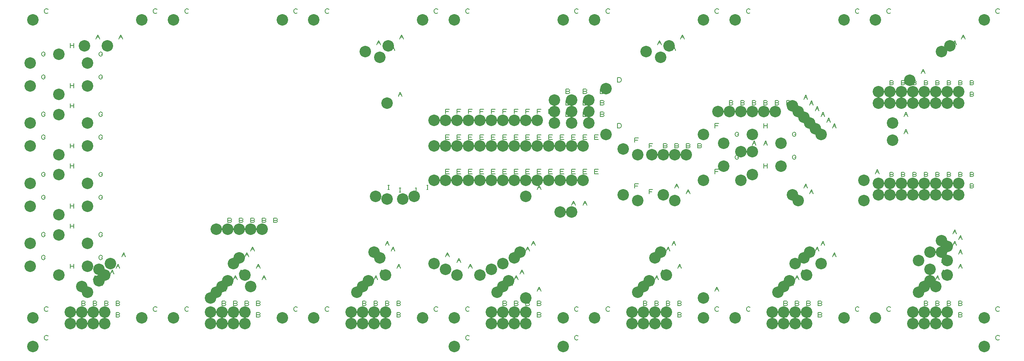
<source format=gbr>
G04 DesignSpark PCB Gerber Version 11.0 Build 5877*
%FSLAX35Y35*%
%MOIN*%
%ADD21C,0.00500*%
%ADD29C,0.10000*%
X0Y0D02*
D02*
D21*
X27787Y95600D02*
X28725D01*
Y95287D01*
X28413Y94663D01*
X28100Y94350D01*
X27475Y94037D01*
X26850D01*
X26225Y94350D01*
X25913Y94663D01*
X25600Y95287D01*
Y96537D01*
X25913Y97163D01*
X26225Y97475D01*
X26850Y97787D01*
X27475D01*
X28100Y97475D01*
X28413Y97163D01*
X28725Y96537D01*
X27787Y115600D02*
X28725D01*
Y115287D01*
X28413Y114663D01*
X28100Y114350D01*
X27475Y114037D01*
X26850D01*
X26225Y114350D01*
X25913Y114663D01*
X25600Y115287D01*
Y116537D01*
X25913Y117163D01*
X26225Y117475D01*
X26850Y117787D01*
X27475D01*
X28100Y117475D01*
X28413Y117163D01*
X28725Y116537D01*
X27787Y148100D02*
X28725D01*
Y147787D01*
X28413Y147163D01*
X28100Y146850D01*
X27475Y146537D01*
X26850D01*
X26225Y146850D01*
X25913Y147163D01*
X25600Y147787D01*
Y149037D01*
X25913Y149663D01*
X26225Y149975D01*
X26850Y150287D01*
X27475D01*
X28100Y149975D01*
X28413Y149663D01*
X28725Y149037D01*
X27787Y168100D02*
X28725D01*
Y167787D01*
X28413Y167163D01*
X28100Y166850D01*
X27475Y166537D01*
X26850D01*
X26225Y166850D01*
X25913Y167163D01*
X25600Y167787D01*
Y169037D01*
X25913Y169663D01*
X26225Y169975D01*
X26850Y170287D01*
X27475D01*
X28100Y169975D01*
X28413Y169663D01*
X28725Y169037D01*
X27787Y200600D02*
X28725D01*
Y200287D01*
X28413Y199663D01*
X28100Y199350D01*
X27475Y199037D01*
X26850D01*
X26225Y199350D01*
X25913Y199663D01*
X25600Y200287D01*
Y201537D01*
X25913Y202163D01*
X26225Y202475D01*
X26850Y202787D01*
X27475D01*
X28100Y202475D01*
X28413Y202163D01*
X28725Y201537D01*
X27787Y220600D02*
X28725D01*
Y220287D01*
X28413Y219663D01*
X28100Y219350D01*
X27475Y219037D01*
X26850D01*
X26225Y219350D01*
X25913Y219663D01*
X25600Y220287D01*
Y221537D01*
X25913Y222163D01*
X26225Y222475D01*
X26850Y222787D01*
X27475D01*
X28100Y222475D01*
X28413Y222163D01*
X28725Y221537D01*
X27787Y253100D02*
X28725D01*
Y252787D01*
X28413Y252163D01*
X28100Y251850D01*
X27475Y251537D01*
X26850D01*
X26225Y251850D01*
X25913Y252163D01*
X25600Y252787D01*
Y254037D01*
X25913Y254663D01*
X26225Y254975D01*
X26850Y255287D01*
X27475D01*
X28100Y254975D01*
X28413Y254663D01*
X28725Y254037D01*
X27787Y273100D02*
X28725D01*
Y272787D01*
X28413Y272163D01*
X28100Y271850D01*
X27475Y271537D01*
X26850D01*
X26225Y271850D01*
X25913Y272163D01*
X25600Y272787D01*
Y274037D01*
X25913Y274663D01*
X26225Y274975D01*
X26850Y275287D01*
X27475D01*
X28100Y274975D01*
X28413Y274663D01*
X28725Y274037D01*
X31225Y24663D02*
X30913Y24350D01*
X30287Y24037D01*
X29350D01*
X28725Y24350D01*
X28413Y24663D01*
X28100Y25287D01*
Y26537D01*
X28413Y27163D01*
X28725Y27475D01*
X29350Y27787D01*
X30287D01*
X30913Y27475D01*
X31225Y27163D01*
Y49663D02*
X30913Y49350D01*
X30287Y49037D01*
X29350D01*
X28725Y49350D01*
X28413Y49663D01*
X28100Y50287D01*
Y51537D01*
X28413Y52163D01*
X28725Y52475D01*
X29350Y52787D01*
X30287D01*
X30913Y52475D01*
X31225Y52163D01*
Y309663D02*
X30913Y309350D01*
X30287Y309037D01*
X29350D01*
X28725Y309350D01*
X28413Y309663D01*
X28100Y310287D01*
Y311537D01*
X28413Y312163D01*
X28725Y312475D01*
X29350Y312787D01*
X30287D01*
X30913Y312475D01*
X31225Y312163D01*
X50600Y86537D02*
Y90287D01*
Y88413D02*
X53725D01*
Y86537D02*
Y90287D01*
X50600Y121537D02*
Y125287D01*
Y123413D02*
X53725D01*
Y121537D02*
Y125287D01*
X50600Y139037D02*
Y142787D01*
Y140913D02*
X53725D01*
Y139037D02*
Y142787D01*
X50600Y174037D02*
Y177787D01*
Y175913D02*
X53725D01*
Y174037D02*
Y177787D01*
X50600Y191537D02*
Y195287D01*
Y193413D02*
X53725D01*
Y191537D02*
Y195287D01*
X50600Y226537D02*
Y230287D01*
Y228413D02*
X53725D01*
Y226537D02*
Y230287D01*
X50600Y244037D02*
Y247787D01*
Y245913D02*
X53725D01*
Y244037D02*
Y247787D01*
X50600Y279037D02*
Y282787D01*
Y280913D02*
X53725D01*
Y279037D02*
Y282787D01*
X62787Y45913D02*
X63413Y45600D01*
X63725Y44975D01*
X63413Y44350D01*
X62787Y44037D01*
X60600D01*
Y47787D01*
X62787D01*
X63413Y47475D01*
X63725Y46850D01*
X63413Y46225D01*
X62787Y45913D01*
X60600D01*
X62787Y55913D02*
X63413Y55600D01*
X63725Y54975D01*
X63413Y54350D01*
X62787Y54037D01*
X60600D01*
Y57787D01*
X62787D01*
X63413Y57475D01*
X63725Y56850D01*
X63413Y56225D01*
X62787Y55913D01*
X60600D01*
X72787Y45913D02*
X73413Y45600D01*
X73725Y44975D01*
X73413Y44350D01*
X72787Y44037D01*
X70600D01*
Y47787D01*
X72787D01*
X73413Y47475D01*
X73725Y46850D01*
X73413Y46225D01*
X72787Y45913D01*
X70600D01*
X72787Y55913D02*
X73413Y55600D01*
X73725Y54975D01*
X73413Y54350D01*
X72787Y54037D01*
X70600D01*
Y57787D01*
X72787D01*
X73413Y57475D01*
X73725Y56850D01*
X73413Y56225D01*
X72787Y55913D01*
X70600D01*
Y76537D02*
X72163Y80287D01*
X73725Y76537D01*
X71225Y78100D02*
X73100D01*
Y286537D02*
X74663Y290287D01*
X76225Y286537D01*
X73725Y288100D02*
X75600D01*
Y71537D02*
X77163Y75287D01*
X78725Y71537D01*
X76225Y73100D02*
X78100D01*
X77787Y95600D02*
X78725D01*
Y95287D01*
X78413Y94663D01*
X78100Y94350D01*
X77475Y94037D01*
X76850D01*
X76225Y94350D01*
X75913Y94663D01*
X75600Y95287D01*
Y96537D01*
X75913Y97163D01*
X76225Y97475D01*
X76850Y97787D01*
X77475D01*
X78100Y97475D01*
X78413Y97163D01*
X78725Y96537D01*
X77787Y115600D02*
X78725D01*
Y115287D01*
X78413Y114663D01*
X78100Y114350D01*
X77475Y114037D01*
X76850D01*
X76225Y114350D01*
X75913Y114663D01*
X75600Y115287D01*
Y116537D01*
X75913Y117163D01*
X76225Y117475D01*
X76850Y117787D01*
X77475D01*
X78100Y117475D01*
X78413Y117163D01*
X78725Y116537D01*
X77787Y148100D02*
X78725D01*
Y147787D01*
X78413Y147163D01*
X78100Y146850D01*
X77475Y146537D01*
X76850D01*
X76225Y146850D01*
X75913Y147163D01*
X75600Y147787D01*
Y149037D01*
X75913Y149663D01*
X76225Y149975D01*
X76850Y150287D01*
X77475D01*
X78100Y149975D01*
X78413Y149663D01*
X78725Y149037D01*
X77787Y168100D02*
X78725D01*
Y167787D01*
X78413Y167163D01*
X78100Y166850D01*
X77475Y166537D01*
X76850D01*
X76225Y166850D01*
X75913Y167163D01*
X75600Y167787D01*
Y169037D01*
X75913Y169663D01*
X76225Y169975D01*
X76850Y170287D01*
X77475D01*
X78100Y169975D01*
X78413Y169663D01*
X78725Y169037D01*
X77787Y200600D02*
X78725D01*
Y200287D01*
X78413Y199663D01*
X78100Y199350D01*
X77475Y199037D01*
X76850D01*
X76225Y199350D01*
X75913Y199663D01*
X75600Y200287D01*
Y201537D01*
X75913Y202163D01*
X76225Y202475D01*
X76850Y202787D01*
X77475D01*
X78100Y202475D01*
X78413Y202163D01*
X78725Y201537D01*
X77787Y220600D02*
X78725D01*
Y220287D01*
X78413Y219663D01*
X78100Y219350D01*
X77475Y219037D01*
X76850D01*
X76225Y219350D01*
X75913Y219663D01*
X75600Y220287D01*
Y221537D01*
X75913Y222163D01*
X76225Y222475D01*
X76850Y222787D01*
X77475D01*
X78100Y222475D01*
X78413Y222163D01*
X78725Y221537D01*
X77787Y253100D02*
X78725D01*
Y252787D01*
X78413Y252163D01*
X78100Y251850D01*
X77475Y251537D01*
X76850D01*
X76225Y251850D01*
X75913Y252163D01*
X75600Y252787D01*
Y254037D01*
X75913Y254663D01*
X76225Y254975D01*
X76850Y255287D01*
X77475D01*
X78100Y254975D01*
X78413Y254663D01*
X78725Y254037D01*
X77787Y273100D02*
X78725D01*
Y272787D01*
X78413Y272163D01*
X78100Y271850D01*
X77475Y271537D01*
X76850D01*
X76225Y271850D01*
X75913Y272163D01*
X75600Y272787D01*
Y274037D01*
X75913Y274663D01*
X76225Y274975D01*
X76850Y275287D01*
X77475D01*
X78100Y274975D01*
X78413Y274663D01*
X78725Y274037D01*
X82787Y45913D02*
X83413Y45600D01*
X83725Y44975D01*
X83413Y44350D01*
X82787Y44037D01*
X80600D01*
Y47787D01*
X82787D01*
X83413Y47475D01*
X83725Y46850D01*
X83413Y46225D01*
X82787Y45913D01*
X80600D01*
X82787Y55913D02*
X83413Y55600D01*
X83725Y54975D01*
X83413Y54350D01*
X82787Y54037D01*
X80600D01*
Y57787D01*
X82787D01*
X83413Y57475D01*
X83725Y56850D01*
X83413Y56225D01*
X82787Y55913D01*
X80600D01*
X85600Y81537D02*
X87163Y85287D01*
X88725Y81537D01*
X86225Y83100D02*
X88100D01*
X85600Y91537D02*
X87163Y95287D01*
X88725Y91537D01*
X86225Y93100D02*
X88100D01*
X92787Y45913D02*
X93413Y45600D01*
X93725Y44975D01*
X93413Y44350D01*
X92787Y44037D01*
X90600D01*
Y47787D01*
X92787D01*
X93413Y47475D01*
X93725Y46850D01*
X93413Y46225D01*
X92787Y45913D01*
X90600D01*
X92787Y55913D02*
X93413Y55600D01*
X93725Y54975D01*
X93413Y54350D01*
X92787Y54037D01*
X90600D01*
Y57787D01*
X92787D01*
X93413Y57475D01*
X93725Y56850D01*
X93413Y56225D01*
X92787Y55913D01*
X90600D01*
Y86537D02*
X92163Y90287D01*
X93725Y86537D01*
X91225Y88100D02*
X93100D01*
Y286537D02*
X94663Y290287D01*
X96225Y286537D01*
X93725Y288100D02*
X95600D01*
Y96537D02*
X97163Y100287D01*
X98725Y96537D01*
X96225Y98100D02*
X98100D01*
X126225Y49663D02*
X125913Y49350D01*
X125287Y49037D01*
X124350D01*
X123725Y49350D01*
X123413Y49663D01*
X123100Y50287D01*
Y51537D01*
X123413Y52163D01*
X123725Y52475D01*
X124350Y52787D01*
X125287D01*
X125913Y52475D01*
X126225Y52163D01*
Y309663D02*
X125913Y309350D01*
X125287Y309037D01*
X124350D01*
X123725Y309350D01*
X123413Y309663D01*
X123100Y310287D01*
Y311537D01*
X123413Y312163D01*
X123725Y312475D01*
X124350Y312787D01*
X125287D01*
X125913Y312475D01*
X126225Y312163D01*
X153725Y49663D02*
X153413Y49350D01*
X152787Y49037D01*
X151850D01*
X151225Y49350D01*
X150913Y49663D01*
X150600Y50287D01*
Y51537D01*
X150913Y52163D01*
X151225Y52475D01*
X151850Y52787D01*
X152787D01*
X153413Y52475D01*
X153725Y52163D01*
Y309663D02*
X153413Y309350D01*
X152787Y309037D01*
X151850D01*
X151225Y309350D01*
X150913Y309663D01*
X150600Y310287D01*
Y311537D01*
X150913Y312163D01*
X151225Y312475D01*
X151850Y312787D01*
X152787D01*
X153413Y312475D01*
X153725Y312163D01*
X185287Y45913D02*
X185913Y45600D01*
X186225Y44975D01*
X185913Y44350D01*
X185287Y44037D01*
X183100D01*
Y47787D01*
X185287D01*
X185913Y47475D01*
X186225Y46850D01*
X185913Y46225D01*
X185287Y45913D01*
X183100D01*
X185287Y55913D02*
X185913Y55600D01*
X186225Y54975D01*
X185913Y54350D01*
X185287Y54037D01*
X183100D01*
Y57787D01*
X185287D01*
X185913Y57475D01*
X186225Y56850D01*
X185913Y56225D01*
X185287Y55913D01*
X183100D01*
Y66537D02*
X184663Y70287D01*
X186225Y66537D01*
X183725Y68100D02*
X185600D01*
X188100Y71537D02*
X189663Y75287D01*
X191225Y71537D01*
X188725Y73100D02*
X190600D01*
X188100Y71537D02*
X189663Y75287D01*
X191225Y71537D01*
X188725Y73100D02*
X190600D01*
X190287Y128413D02*
X190913Y128100D01*
X191225Y127475D01*
X190913Y126850D01*
X190287Y126537D01*
X188100D01*
Y130287D01*
X190287D01*
X190913Y129975D01*
X191225Y129350D01*
X190913Y128725D01*
X190287Y128413D01*
X188100D01*
X195287Y45913D02*
X195913Y45600D01*
X196225Y44975D01*
X195913Y44350D01*
X195287Y44037D01*
X193100D01*
Y47787D01*
X195287D01*
X195913Y47475D01*
X196225Y46850D01*
X195913Y46225D01*
X195287Y45913D01*
X193100D01*
X195287Y55913D02*
X195913Y55600D01*
X196225Y54975D01*
X195913Y54350D01*
X195287Y54037D01*
X193100D01*
Y57787D01*
X195287D01*
X195913Y57475D01*
X196225Y56850D01*
X195913Y56225D01*
X195287Y55913D01*
X193100D01*
Y76537D02*
X194663Y80287D01*
X196225Y76537D01*
X193725Y78100D02*
X195600D01*
X198100Y81537D02*
X199663Y85287D01*
X201225Y81537D01*
X198725Y83100D02*
X200600D01*
X200287Y128413D02*
X200913Y128100D01*
X201225Y127475D01*
X200913Y126850D01*
X200287Y126537D01*
X198100D01*
Y130287D01*
X200287D01*
X200913Y129975D01*
X201225Y129350D01*
X200913Y128725D01*
X200287Y128413D01*
X198100D01*
X205287Y45913D02*
X205913Y45600D01*
X206225Y44975D01*
X205913Y44350D01*
X205287Y44037D01*
X203100D01*
Y47787D01*
X205287D01*
X205913Y47475D01*
X206225Y46850D01*
X205913Y46225D01*
X205287Y45913D01*
X203100D01*
X205287Y55913D02*
X205913Y55600D01*
X206225Y54975D01*
X205913Y54350D01*
X205287Y54037D01*
X203100D01*
Y57787D01*
X205287D01*
X205913Y57475D01*
X206225Y56850D01*
X205913Y56225D01*
X205287Y55913D01*
X203100D01*
Y96537D02*
X204663Y100287D01*
X206225Y96537D01*
X203725Y98100D02*
X205600D01*
X208100Y101537D02*
X209663Y105287D01*
X211225Y101537D01*
X208725Y103100D02*
X210600D01*
X210287Y128413D02*
X210913Y128100D01*
X211225Y127475D01*
X210913Y126850D01*
X210287Y126537D01*
X208100D01*
Y130287D01*
X210287D01*
X210913Y129975D01*
X211225Y129350D01*
X210913Y128725D01*
X210287Y128413D01*
X208100D01*
X215287Y45913D02*
X215913Y45600D01*
X216225Y44975D01*
X215913Y44350D01*
X215287Y44037D01*
X213100D01*
Y47787D01*
X215287D01*
X215913Y47475D01*
X216225Y46850D01*
X215913Y46225D01*
X215287Y45913D01*
X213100D01*
X215287Y55913D02*
X215913Y55600D01*
X216225Y54975D01*
X215913Y54350D01*
X215287Y54037D01*
X213100D01*
Y57787D01*
X215287D01*
X215913Y57475D01*
X216225Y56850D01*
X215913Y56225D01*
X215287Y55913D01*
X213100D01*
Y86537D02*
X214663Y90287D01*
X216225Y86537D01*
X213725Y88100D02*
X215600D01*
X218100Y76537D02*
X219663Y80287D01*
X221225Y76537D01*
X218725Y78100D02*
X220600D01*
X220287Y128413D02*
X220913Y128100D01*
X221225Y127475D01*
X220913Y126850D01*
X220287Y126537D01*
X218100D01*
Y130287D01*
X220287D01*
X220913Y129975D01*
X221225Y129350D01*
X220913Y128725D01*
X220287Y128413D01*
X218100D01*
X230287D02*
X230913Y128100D01*
X231225Y127475D01*
X230913Y126850D01*
X230287Y126537D01*
X228100D01*
Y130287D01*
X230287D01*
X230913Y129975D01*
X231225Y129350D01*
X230913Y128725D01*
X230287Y128413D01*
X228100D01*
X248725Y49663D02*
X248413Y49350D01*
X247787Y49037D01*
X246850D01*
X246225Y49350D01*
X245913Y49663D01*
X245600Y50287D01*
Y51537D01*
X245913Y52163D01*
X246225Y52475D01*
X246850Y52787D01*
X247787D01*
X248413Y52475D01*
X248725Y52163D01*
Y309663D02*
X248413Y309350D01*
X247787Y309037D01*
X246850D01*
X246225Y309350D01*
X245913Y309663D01*
X245600Y310287D01*
Y311537D01*
X245913Y312163D01*
X246225Y312475D01*
X246850Y312787D01*
X247787D01*
X248413Y312475D01*
X248725Y312163D01*
X276225Y49663D02*
X275913Y49350D01*
X275287Y49037D01*
X274350D01*
X273725Y49350D01*
X273413Y49663D01*
X273100Y50287D01*
Y51537D01*
X273413Y52163D01*
X273725Y52475D01*
X274350Y52787D01*
X275287D01*
X275913Y52475D01*
X276225Y52163D01*
Y309663D02*
X275913Y309350D01*
X275287Y309037D01*
X274350D01*
X273725Y309350D01*
X273413Y309663D01*
X273100Y310287D01*
Y311537D01*
X273413Y312163D01*
X273725Y312475D01*
X274350Y312787D01*
X275287D01*
X275913Y312475D01*
X276225Y312163D01*
X307787Y45913D02*
X308413Y45600D01*
X308725Y44975D01*
X308413Y44350D01*
X307787Y44037D01*
X305600D01*
Y47787D01*
X307787D01*
X308413Y47475D01*
X308725Y46850D01*
X308413Y46225D01*
X307787Y45913D01*
X305600D01*
X307787Y55913D02*
X308413Y55600D01*
X308725Y54975D01*
X308413Y54350D01*
X307787Y54037D01*
X305600D01*
Y57787D01*
X307787D01*
X308413Y57475D01*
X308725Y56850D01*
X308413Y56225D01*
X307787Y55913D01*
X305600D01*
X310600Y71537D02*
X312163Y75287D01*
X313725Y71537D01*
X311225Y73100D02*
X313100D01*
X317787Y45913D02*
X318413Y45600D01*
X318725Y44975D01*
X318413Y44350D01*
X317787Y44037D01*
X315600D01*
Y47787D01*
X317787D01*
X318413Y47475D01*
X318725Y46850D01*
X318413Y46225D01*
X317787Y45913D01*
X315600D01*
X317787Y55913D02*
X318413Y55600D01*
X318725Y54975D01*
X318413Y54350D01*
X317787Y54037D01*
X315600D01*
Y57787D01*
X317787D01*
X318413Y57475D01*
X318725Y56850D01*
X318413Y56225D01*
X317787Y55913D01*
X315600D01*
Y76537D02*
X317163Y80287D01*
X318725Y76537D01*
X316225Y78100D02*
X318100D01*
Y281537D02*
X319663Y285287D01*
X321225Y281537D01*
X318725Y283100D02*
X320600D01*
Y81537D02*
X322163Y85287D01*
X323725Y81537D01*
X321225Y83100D02*
X323100D01*
X327787Y45913D02*
X328413Y45600D01*
X328725Y44975D01*
X328413Y44350D01*
X327787Y44037D01*
X325600D01*
Y47787D01*
X327787D01*
X328413Y47475D01*
X328725Y46850D01*
X328413Y46225D01*
X327787Y45913D01*
X325600D01*
X327787Y55913D02*
X328413Y55600D01*
X328725Y54975D01*
X328413Y54350D01*
X327787Y54037D01*
X325600D01*
Y57787D01*
X327787D01*
X328413Y57475D01*
X328725Y56850D01*
X328413Y56225D01*
X327787Y55913D01*
X325600D01*
Y106537D02*
X327163Y110287D01*
X328725Y106537D01*
X326225Y108100D02*
X328100D01*
X327787Y155287D02*
X329037D01*
X328413D02*
Y159037D01*
X327787D02*
X329037D01*
X330600Y101537D02*
X332163Y105287D01*
X333725Y101537D01*
X331225Y103100D02*
X333100D01*
X330600Y276537D02*
X332163Y280287D01*
X333725Y276537D01*
X331225Y278100D02*
X333100D01*
X337787Y45913D02*
X338413Y45600D01*
X338725Y44975D01*
X338413Y44350D01*
X337787Y44037D01*
X335600D01*
Y47787D01*
X337787D01*
X338413Y47475D01*
X338725Y46850D01*
X338413Y46225D01*
X337787Y45913D01*
X335600D01*
X337787Y55913D02*
X338413Y55600D01*
X338725Y54975D01*
X338413Y54350D01*
X337787Y54037D01*
X335600D01*
Y57787D01*
X337787D01*
X338413Y57475D01*
X338725Y56850D01*
X338413Y56225D01*
X337787Y55913D01*
X335600D01*
Y86537D02*
X337163Y90287D01*
X338725Y86537D01*
X336225Y88100D02*
X338100D01*
X337787Y152787D02*
X339037D01*
X338413D02*
Y156537D01*
X337787D02*
X339037D01*
X336850Y236537D02*
X338413Y240287D01*
X339975Y236537D01*
X337475Y238100D02*
X339350D01*
X338100Y286537D02*
X339663Y290287D01*
X341225Y286537D01*
X338725Y288100D02*
X340600D01*
X351537Y152787D02*
X352787D01*
X352163D02*
Y156537D01*
X351537D02*
X352787D01*
X361537Y155287D02*
X362787D01*
X362163D02*
Y159037D01*
X361537D02*
X362787D01*
X371225Y49663D02*
X370913Y49350D01*
X370287Y49037D01*
X369350D01*
X368725Y49350D01*
X368413Y49663D01*
X368100Y50287D01*
Y51537D01*
X368413Y52163D01*
X368725Y52475D01*
X369350Y52787D01*
X370287D01*
X370913Y52475D01*
X371225Y52163D01*
Y309663D02*
X370913Y309350D01*
X370287Y309037D01*
X369350D01*
X368725Y309350D01*
X368413Y309663D01*
X368100Y310287D01*
Y311537D01*
X368413Y312163D01*
X368725Y312475D01*
X369350Y312787D01*
X370287D01*
X370913Y312475D01*
X371225Y312163D01*
X378100Y96537D02*
X379663Y100287D01*
X381225Y96537D01*
X378725Y98100D02*
X380600D01*
X378100Y169037D02*
Y172787D01*
X381225D01*
X380600Y170913D02*
X378100D01*
Y169037D02*
X381225D01*
X378100Y199037D02*
Y202787D01*
X381225D01*
X380600Y200913D02*
X378100D01*
Y199037D02*
X381225D01*
X378100Y221537D02*
Y225287D01*
X381225D01*
X380600Y223413D02*
X378100D01*
X388100Y91537D02*
X389663Y95287D01*
X391225Y91537D01*
X388725Y93100D02*
X390600D01*
X388100Y169037D02*
Y172787D01*
X391225D01*
X390600Y170913D02*
X388100D01*
Y169037D02*
X391225D01*
X388100Y199037D02*
Y202787D01*
X391225D01*
X390600Y200913D02*
X388100D01*
Y199037D02*
X391225D01*
X388100Y221537D02*
Y225287D01*
X391225D01*
X390600Y223413D02*
X388100D01*
X398725Y24663D02*
X398413Y24350D01*
X397787Y24037D01*
X396850D01*
X396225Y24350D01*
X395913Y24663D01*
X395600Y25287D01*
Y26537D01*
X395913Y27163D01*
X396225Y27475D01*
X396850Y27787D01*
X397787D01*
X398413Y27475D01*
X398725Y27163D01*
Y49663D02*
X398413Y49350D01*
X397787Y49037D01*
X396850D01*
X396225Y49350D01*
X395913Y49663D01*
X395600Y50287D01*
Y51537D01*
X395913Y52163D01*
X396225Y52475D01*
X396850Y52787D01*
X397787D01*
X398413Y52475D01*
X398725Y52163D01*
Y309663D02*
X398413Y309350D01*
X397787Y309037D01*
X396850D01*
X396225Y309350D01*
X395913Y309663D01*
X395600Y310287D01*
Y311537D01*
X395913Y312163D01*
X396225Y312475D01*
X396850Y312787D01*
X397787D01*
X398413Y312475D01*
X398725Y312163D01*
X398100Y86537D02*
X399663Y90287D01*
X401225Y86537D01*
X398725Y88100D02*
X400600D01*
X398100Y169037D02*
Y172787D01*
X401225D01*
X400600Y170913D02*
X398100D01*
Y169037D02*
X401225D01*
X398100Y199037D02*
Y202787D01*
X401225D01*
X400600Y200913D02*
X398100D01*
Y199037D02*
X401225D01*
X398100Y221537D02*
Y225287D01*
X401225D01*
X400600Y223413D02*
X398100D01*
X408100Y169037D02*
Y172787D01*
X411225D01*
X410600Y170913D02*
X408100D01*
Y169037D02*
X411225D01*
X408100Y199037D02*
Y202787D01*
X411225D01*
X410600Y200913D02*
X408100D01*
Y199037D02*
X411225D01*
X408100Y221537D02*
Y225287D01*
X411225D01*
X410600Y223413D02*
X408100D01*
X418100Y86537D02*
X419663Y90287D01*
X421225Y86537D01*
X418725Y88100D02*
X420600D01*
X418100Y169037D02*
Y172787D01*
X421225D01*
X420600Y170913D02*
X418100D01*
Y169037D02*
X421225D01*
X418100Y199037D02*
Y202787D01*
X421225D01*
X420600Y200913D02*
X418100D01*
Y199037D02*
X421225D01*
X418100Y221537D02*
Y225287D01*
X421225D01*
X420600Y223413D02*
X418100D01*
X430287Y45913D02*
X430913Y45600D01*
X431225Y44975D01*
X430913Y44350D01*
X430287Y44037D01*
X428100D01*
Y47787D01*
X430287D01*
X430913Y47475D01*
X431225Y46850D01*
X430913Y46225D01*
X430287Y45913D01*
X428100D01*
X430287Y55913D02*
X430913Y55600D01*
X431225Y54975D01*
X430913Y54350D01*
X430287Y54037D01*
X428100D01*
Y57787D01*
X430287D01*
X430913Y57475D01*
X431225Y56850D01*
X430913Y56225D01*
X430287Y55913D01*
X428100D01*
Y91537D02*
X429663Y95287D01*
X431225Y91537D01*
X428725Y93100D02*
X430600D01*
X428100Y169037D02*
Y172787D01*
X431225D01*
X430600Y170913D02*
X428100D01*
Y169037D02*
X431225D01*
X428100Y199037D02*
Y202787D01*
X431225D01*
X430600Y200913D02*
X428100D01*
Y199037D02*
X431225D01*
X428100Y221537D02*
Y225287D01*
X431225D01*
X430600Y223413D02*
X428100D01*
X433100Y71537D02*
X434663Y75287D01*
X436225Y71537D01*
X433725Y73100D02*
X435600D01*
X440287Y45913D02*
X440913Y45600D01*
X441225Y44975D01*
X440913Y44350D01*
X440287Y44037D01*
X438100D01*
Y47787D01*
X440287D01*
X440913Y47475D01*
X441225Y46850D01*
X440913Y46225D01*
X440287Y45913D01*
X438100D01*
X440287Y55913D02*
X440913Y55600D01*
X441225Y54975D01*
X440913Y54350D01*
X440287Y54037D01*
X438100D01*
Y57787D01*
X440287D01*
X440913Y57475D01*
X441225Y56850D01*
X440913Y56225D01*
X440287Y55913D01*
X438100D01*
Y76537D02*
X439663Y80287D01*
X441225Y76537D01*
X438725Y78100D02*
X440600D01*
X438100Y96537D02*
X439663Y100287D01*
X441225Y96537D01*
X438725Y98100D02*
X440600D01*
X438100Y169037D02*
Y172787D01*
X441225D01*
X440600Y170913D02*
X438100D01*
Y169037D02*
X441225D01*
X438100Y199037D02*
Y202787D01*
X441225D01*
X440600Y200913D02*
X438100D01*
Y199037D02*
X441225D01*
X438100Y221537D02*
Y225287D01*
X441225D01*
X440600Y223413D02*
X438100D01*
X443100Y81537D02*
X444663Y85287D01*
X446225Y81537D01*
X443725Y83100D02*
X445600D01*
X450287Y45913D02*
X450913Y45600D01*
X451225Y44975D01*
X450913Y44350D01*
X450287Y44037D01*
X448100D01*
Y47787D01*
X450287D01*
X450913Y47475D01*
X451225Y46850D01*
X450913Y46225D01*
X450287Y45913D01*
X448100D01*
X450287Y55913D02*
X450913Y55600D01*
X451225Y54975D01*
X450913Y54350D01*
X450287Y54037D01*
X448100D01*
Y57787D01*
X450287D01*
X450913Y57475D01*
X451225Y56850D01*
X450913Y56225D01*
X450287Y55913D01*
X448100D01*
Y101537D02*
X449663Y105287D01*
X451225Y101537D01*
X448725Y103100D02*
X450600D01*
X448100Y169037D02*
Y172787D01*
X451225D01*
X450600Y170913D02*
X448100D01*
Y169037D02*
X451225D01*
X448100Y199037D02*
Y202787D01*
X451225D01*
X450600Y200913D02*
X448100D01*
Y199037D02*
X451225D01*
X448100Y221537D02*
Y225287D01*
X451225D01*
X450600Y223413D02*
X448100D01*
X453100Y106537D02*
X454663Y110287D01*
X456225Y106537D01*
X453725Y108100D02*
X455600D01*
X460287Y45913D02*
X460913Y45600D01*
X461225Y44975D01*
X460913Y44350D01*
X460287Y44037D01*
X458100D01*
Y47787D01*
X460287D01*
X460913Y47475D01*
X461225Y46850D01*
X460913Y46225D01*
X460287Y45913D01*
X458100D01*
X460287Y55913D02*
X460913Y55600D01*
X461225Y54975D01*
X460913Y54350D01*
X460287Y54037D01*
X458100D01*
Y57787D01*
X460287D01*
X460913Y57475D01*
X461225Y56850D01*
X460913Y56225D01*
X460287Y55913D01*
X458100D01*
Y66537D02*
X459663Y70287D01*
X461225Y66537D01*
X458725Y68100D02*
X460600D01*
X458100Y155287D02*
X459663Y159037D01*
X461225Y155287D01*
X458725Y156850D02*
X460600D01*
X458100Y169037D02*
Y172787D01*
X461225D01*
X460600Y170913D02*
X458100D01*
Y169037D02*
X461225D01*
X458100Y199037D02*
Y202787D01*
X461225D01*
X460600Y200913D02*
X458100D01*
Y199037D02*
X461225D01*
X458100Y221537D02*
Y225287D01*
X461225D01*
X460600Y223413D02*
X458100D01*
X468100Y169037D02*
Y172787D01*
X471225D01*
X470600Y170913D02*
X468100D01*
Y169037D02*
X471225D01*
X468100Y199037D02*
Y202787D01*
X471225D01*
X470600Y200913D02*
X468100D01*
Y199037D02*
X471225D01*
X468100Y221537D02*
Y225287D01*
X471225D01*
X470600Y223413D02*
X468100D01*
X478100Y169037D02*
Y172787D01*
X481225D01*
X480600Y170913D02*
X478100D01*
Y169037D02*
X481225D01*
X478100Y199037D02*
Y202787D01*
X481225D01*
X480600Y200913D02*
X478100D01*
Y199037D02*
X481225D01*
X485287Y220913D02*
X485913Y220600D01*
X486225Y219975D01*
X485913Y219350D01*
X485287Y219037D01*
X483100D01*
Y222787D01*
X485287D01*
X485913Y222475D01*
X486225Y221850D01*
X485913Y221225D01*
X485287Y220913D01*
X483100D01*
X485287Y230913D02*
X485913Y230600D01*
X486225Y229975D01*
X485913Y229350D01*
X485287Y229037D01*
X483100D01*
Y232787D01*
X485287D01*
X485913Y232475D01*
X486225Y231850D01*
X485913Y231225D01*
X485287Y230913D01*
X483100D01*
X485287Y240913D02*
X485913Y240600D01*
X486225Y239975D01*
X485913Y239350D01*
X485287Y239037D01*
X483100D01*
Y242787D01*
X485287D01*
X485913Y242475D01*
X486225Y241850D01*
X485913Y241225D01*
X485287Y240913D01*
X483100D01*
X488100Y141537D02*
X489663Y145287D01*
X491225Y141537D01*
X488725Y143100D02*
X490600D01*
X488100Y169037D02*
Y172787D01*
X491225D01*
X490600Y170913D02*
X488100D01*
Y169037D02*
X491225D01*
X488100Y199037D02*
Y202787D01*
X491225D01*
X490600Y200913D02*
X488100D01*
Y199037D02*
X491225D01*
X493725Y24663D02*
X493413Y24350D01*
X492787Y24037D01*
X491850D01*
X491225Y24350D01*
X490913Y24663D01*
X490600Y25287D01*
Y26537D01*
X490913Y27163D01*
X491225Y27475D01*
X491850Y27787D01*
X492787D01*
X493413Y27475D01*
X493725Y27163D01*
Y49663D02*
X493413Y49350D01*
X492787Y49037D01*
X491850D01*
X491225Y49350D01*
X490913Y49663D01*
X490600Y50287D01*
Y51537D01*
X490913Y52163D01*
X491225Y52475D01*
X491850Y52787D01*
X492787D01*
X493413Y52475D01*
X493725Y52163D01*
Y309663D02*
X493413Y309350D01*
X492787Y309037D01*
X491850D01*
X491225Y309350D01*
X490913Y309663D01*
X490600Y310287D01*
Y311537D01*
X490913Y312163D01*
X491225Y312475D01*
X491850Y312787D01*
X492787D01*
X493413Y312475D01*
X493725Y312163D01*
X498100Y141537D02*
X499663Y145287D01*
X501225Y141537D01*
X498725Y143100D02*
X500600D01*
X498100Y169037D02*
Y172787D01*
X501225D01*
X500600Y170913D02*
X498100D01*
Y169037D02*
X501225D01*
X498100Y199037D02*
Y202787D01*
X501225D01*
X500600Y200913D02*
X498100D01*
Y199037D02*
X501225D01*
X500287Y220913D02*
X500913Y220600D01*
X501225Y219975D01*
X500913Y219350D01*
X500287Y219037D01*
X498100D01*
Y222787D01*
X500287D01*
X500913Y222475D01*
X501225Y221850D01*
X500913Y221225D01*
X500287Y220913D01*
X498100D01*
X500287Y230913D02*
X500913Y230600D01*
X501225Y229975D01*
X500913Y229350D01*
X500287Y229037D01*
X498100D01*
Y232787D01*
X500287D01*
X500913Y232475D01*
X501225Y231850D01*
X500913Y231225D01*
X500287Y230913D01*
X498100D01*
X500287Y240913D02*
X500913Y240600D01*
X501225Y239975D01*
X500913Y239350D01*
X500287Y239037D01*
X498100D01*
Y242787D01*
X500287D01*
X500913Y242475D01*
X501225Y241850D01*
X500913Y241225D01*
X500287Y240913D01*
X498100D01*
X508100Y169037D02*
Y172787D01*
X511225D01*
X510600Y170913D02*
X508100D01*
Y169037D02*
X511225D01*
X508100Y199037D02*
Y202787D01*
X511225D01*
X510600Y200913D02*
X508100D01*
Y199037D02*
X511225D01*
X515287Y220913D02*
X515913Y220600D01*
X516225Y219975D01*
X515913Y219350D01*
X515287Y219037D01*
X513100D01*
Y222787D01*
X515287D01*
X515913Y222475D01*
X516225Y221850D01*
X515913Y221225D01*
X515287Y220913D01*
X513100D01*
X515287Y230913D02*
X515913Y230600D01*
X516225Y229975D01*
X515913Y229350D01*
X515287Y229037D01*
X513100D01*
Y232787D01*
X515287D01*
X515913Y232475D01*
X516225Y231850D01*
X515913Y231225D01*
X515287Y230913D01*
X513100D01*
X515287Y240913D02*
X515913Y240600D01*
X516225Y239975D01*
X515913Y239350D01*
X515287Y239037D01*
X513100D01*
Y242787D01*
X515287D01*
X515913Y242475D01*
X516225Y241850D01*
X515913Y241225D01*
X515287Y240913D01*
X513100D01*
X521225Y49663D02*
X520913Y49350D01*
X520287Y49037D01*
X519350D01*
X518725Y49350D01*
X518413Y49663D01*
X518100Y50287D01*
Y51537D01*
X518413Y52163D01*
X518725Y52475D01*
X519350Y52787D01*
X520287D01*
X520913Y52475D01*
X521225Y52163D01*
Y309663D02*
X520913Y309350D01*
X520287Y309037D01*
X519350D01*
X518725Y309350D01*
X518413Y309663D01*
X518100Y310287D01*
Y311537D01*
X518413Y312163D01*
X518725Y312475D01*
X519350Y312787D01*
X520287D01*
X520913Y312475D01*
X521225Y312163D01*
X528100Y209037D02*
Y212787D01*
X529975D01*
X530600Y212475D01*
X530913Y212163D01*
X531225Y211537D01*
Y210287D01*
X530913Y209663D01*
X530600Y209350D01*
X529975Y209037D01*
X528100D01*
Y249037D02*
Y252787D01*
X529975D01*
X530600Y252475D01*
X530913Y252163D01*
X531225Y251537D01*
Y250287D01*
X530913Y249663D01*
X530600Y249350D01*
X529975Y249037D01*
X528100D01*
X543100Y156537D02*
Y160287D01*
X546225D01*
X545600Y158413D02*
X543100D01*
Y196537D02*
Y200287D01*
X546225D01*
X545600Y198413D02*
X543100D01*
X552787Y45913D02*
X553413Y45600D01*
X553725Y44975D01*
X553413Y44350D01*
X552787Y44037D01*
X550600D01*
Y47787D01*
X552787D01*
X553413Y47475D01*
X553725Y46850D01*
X553413Y46225D01*
X552787Y45913D01*
X550600D01*
X552787Y55913D02*
X553413Y55600D01*
X553725Y54975D01*
X553413Y54350D01*
X552787Y54037D01*
X550600D01*
Y57787D01*
X552787D01*
X553413Y57475D01*
X553725Y56850D01*
X553413Y56225D01*
X552787Y55913D01*
X550600D01*
X555600Y71537D02*
X557163Y75287D01*
X558725Y71537D01*
X556225Y73100D02*
X558100D01*
X555600Y151537D02*
Y155287D01*
X558725D01*
X558100Y153413D02*
X555600D01*
Y191537D02*
Y195287D01*
X558725D01*
X558100Y193413D02*
X555600D01*
X562787Y45913D02*
X563413Y45600D01*
X563725Y44975D01*
X563413Y44350D01*
X562787Y44037D01*
X560600D01*
Y47787D01*
X562787D01*
X563413Y47475D01*
X563725Y46850D01*
X563413Y46225D01*
X562787Y45913D01*
X560600D01*
X562787Y55913D02*
X563413Y55600D01*
X563725Y54975D01*
X563413Y54350D01*
X562787Y54037D01*
X560600D01*
Y57787D01*
X562787D01*
X563413Y57475D01*
X563725Y56850D01*
X563413Y56225D01*
X562787Y55913D01*
X560600D01*
Y76537D02*
X562163Y80287D01*
X563725Y76537D01*
X561225Y78100D02*
X563100D01*
Y281537D02*
X564663Y285287D01*
X566225Y281537D01*
X563725Y283100D02*
X565600D01*
Y81537D02*
X567163Y85287D01*
X568725Y81537D01*
X566225Y83100D02*
X568100D01*
X570287Y193413D02*
X570913Y193100D01*
X571225Y192475D01*
X570913Y191850D01*
X570287Y191537D01*
X568100D01*
Y195287D01*
X570287D01*
X570913Y194975D01*
X571225Y194350D01*
X570913Y193725D01*
X570287Y193413D01*
X568100D01*
X572787Y45913D02*
X573413Y45600D01*
X573725Y44975D01*
X573413Y44350D01*
X572787Y44037D01*
X570600D01*
Y47787D01*
X572787D01*
X573413Y47475D01*
X573725Y46850D01*
X573413Y46225D01*
X572787Y45913D01*
X570600D01*
X572787Y55913D02*
X573413Y55600D01*
X573725Y54975D01*
X573413Y54350D01*
X572787Y54037D01*
X570600D01*
Y57787D01*
X572787D01*
X573413Y57475D01*
X573725Y56850D01*
X573413Y56225D01*
X572787Y55913D01*
X570600D01*
Y101537D02*
X572163Y105287D01*
X573725Y101537D01*
X571225Y103100D02*
X573100D01*
X575600Y106537D02*
X577163Y110287D01*
X578725Y106537D01*
X576225Y108100D02*
X578100D01*
X575600Y276537D02*
X577163Y280287D01*
X578725Y276537D01*
X576225Y278100D02*
X578100D01*
Y156537D02*
X579663Y160287D01*
X581225Y156537D01*
X578725Y158100D02*
X580600D01*
X580287Y193413D02*
X580913Y193100D01*
X581225Y192475D01*
X580913Y191850D01*
X580287Y191537D01*
X578100D01*
Y195287D01*
X580287D01*
X580913Y194975D01*
X581225Y194350D01*
X580913Y193725D01*
X580287Y193413D01*
X578100D01*
X582787Y45913D02*
X583413Y45600D01*
X583725Y44975D01*
X583413Y44350D01*
X582787Y44037D01*
X580600D01*
Y47787D01*
X582787D01*
X583413Y47475D01*
X583725Y46850D01*
X583413Y46225D01*
X582787Y45913D01*
X580600D01*
X582787Y55913D02*
X583413Y55600D01*
X583725Y54975D01*
X583413Y54350D01*
X582787Y54037D01*
X580600D01*
Y57787D01*
X582787D01*
X583413Y57475D01*
X583725Y56850D01*
X583413Y56225D01*
X582787Y55913D01*
X580600D01*
Y86537D02*
X582163Y90287D01*
X583725Y86537D01*
X581225Y88100D02*
X583100D01*
Y286537D02*
X584663Y290287D01*
X586225Y286537D01*
X583725Y288100D02*
X585600D01*
X588100Y151537D02*
X589663Y155287D01*
X591225Y151537D01*
X588725Y153100D02*
X590600D01*
X590287Y193413D02*
X590913Y193100D01*
X591225Y192475D01*
X590913Y191850D01*
X590287Y191537D01*
X588100D01*
Y195287D01*
X590287D01*
X590913Y194975D01*
X591225Y194350D01*
X590913Y193725D01*
X590287Y193413D01*
X588100D01*
X600287D02*
X600913Y193100D01*
X601225Y192475D01*
X600913Y191850D01*
X600287Y191537D01*
X598100D01*
Y195287D01*
X600287D01*
X600913Y194975D01*
X601225Y194350D01*
X600913Y193725D01*
X600287Y193413D01*
X598100D01*
X616225Y49663D02*
X615913Y49350D01*
X615287Y49037D01*
X614350D01*
X613725Y49350D01*
X613413Y49663D01*
X613100Y50287D01*
Y51537D01*
X613413Y52163D01*
X613725Y52475D01*
X614350Y52787D01*
X615287D01*
X615913Y52475D01*
X616225Y52163D01*
X613100Y66537D02*
X614663Y70287D01*
X616225Y66537D01*
X613725Y68100D02*
X615600D01*
X613100Y169037D02*
Y172787D01*
X616225D01*
X615600Y170913D02*
X613100D01*
Y209037D02*
Y212787D01*
X616225D01*
X615600Y210913D02*
X613100D01*
X616225Y309663D02*
X615913Y309350D01*
X615287Y309037D01*
X614350D01*
X613725Y309350D01*
X613413Y309663D01*
X613100Y310287D01*
Y311537D01*
X613413Y312163D01*
X613725Y312475D01*
X614350Y312787D01*
X615287D01*
X615913Y312475D01*
X616225Y312163D01*
X627787Y230913D02*
X628413Y230600D01*
X628725Y229975D01*
X628413Y229350D01*
X627787Y229037D01*
X625600D01*
Y232787D01*
X627787D01*
X628413Y232475D01*
X628725Y231850D01*
X628413Y231225D01*
X627787Y230913D01*
X625600D01*
X632787Y183100D02*
X633725D01*
Y182787D01*
X633413Y182163D01*
X633100Y181850D01*
X632475Y181537D01*
X631850D01*
X631225Y181850D01*
X630913Y182163D01*
X630600Y182787D01*
Y184037D01*
X630913Y184663D01*
X631225Y184975D01*
X631850Y185287D01*
X632475D01*
X633100Y184975D01*
X633413Y184663D01*
X633725Y184037D01*
X632787Y203100D02*
X633725D01*
Y202787D01*
X633413Y202163D01*
X633100Y201850D01*
X632475Y201537D01*
X631850D01*
X631225Y201850D01*
X630913Y202163D01*
X630600Y202787D01*
Y204037D01*
X630913Y204663D01*
X631225Y204975D01*
X631850Y205287D01*
X632475D01*
X633100Y204975D01*
X633413Y204663D01*
X633725Y204037D01*
X637787Y230913D02*
X638413Y230600D01*
X638725Y229975D01*
X638413Y229350D01*
X637787Y229037D01*
X635600D01*
Y232787D01*
X637787D01*
X638413Y232475D01*
X638725Y231850D01*
X638413Y231225D01*
X637787Y230913D01*
X635600D01*
X643725Y49663D02*
X643413Y49350D01*
X642787Y49037D01*
X641850D01*
X641225Y49350D01*
X640913Y49663D01*
X640600Y50287D01*
Y51537D01*
X640913Y52163D01*
X641225Y52475D01*
X641850Y52787D01*
X642787D01*
X643413Y52475D01*
X643725Y52163D01*
Y309663D02*
X643413Y309350D01*
X642787Y309037D01*
X641850D01*
X641225Y309350D01*
X640913Y309663D01*
X640600Y310287D01*
Y311537D01*
X640913Y312163D01*
X641225Y312475D01*
X641850Y312787D01*
X642787D01*
X643413Y312475D01*
X643725Y312163D01*
X645600Y169037D02*
X647163Y172787D01*
X648725Y169037D01*
X646225Y170600D02*
X648100D01*
X645600Y194037D02*
X647163Y197787D01*
X648725Y194037D01*
X646225Y195600D02*
X648100D01*
X647787Y230913D02*
X648413Y230600D01*
X648725Y229975D01*
X648413Y229350D01*
X647787Y229037D01*
X645600D01*
Y232787D01*
X647787D01*
X648413Y232475D01*
X648725Y231850D01*
X648413Y231225D01*
X647787Y230913D01*
X645600D01*
X655600Y174037D02*
Y177787D01*
Y175913D02*
X658725D01*
Y174037D02*
Y177787D01*
X655600Y194037D02*
X657163Y197787D01*
X658725Y194037D01*
X656225Y195600D02*
X658100D01*
X655600Y209037D02*
Y212787D01*
Y210913D02*
X658725D01*
Y209037D02*
Y212787D01*
X657787Y230913D02*
X658413Y230600D01*
X658725Y229975D01*
X658413Y229350D01*
X657787Y229037D01*
X655600D01*
Y232787D01*
X657787D01*
X658413Y232475D01*
X658725Y231850D01*
X658413Y231225D01*
X657787Y230913D01*
X655600D01*
X667787D02*
X668413Y230600D01*
X668725Y229975D01*
X668413Y229350D01*
X667787Y229037D01*
X665600D01*
Y232787D01*
X667787D01*
X668413Y232475D01*
X668725Y231850D01*
X668413Y231225D01*
X667787Y230913D01*
X665600D01*
X675287Y45913D02*
X675913Y45600D01*
X676225Y44975D01*
X675913Y44350D01*
X675287Y44037D01*
X673100D01*
Y47787D01*
X675287D01*
X675913Y47475D01*
X676225Y46850D01*
X675913Y46225D01*
X675287Y45913D01*
X673100D01*
X675287Y55913D02*
X675913Y55600D01*
X676225Y54975D01*
X675913Y54350D01*
X675287Y54037D01*
X673100D01*
Y57787D01*
X675287D01*
X675913Y57475D01*
X676225Y56850D01*
X675913Y56225D01*
X675287Y55913D01*
X673100D01*
X677787Y230913D02*
X678413Y230600D01*
X678725Y229975D01*
X678413Y229350D01*
X677787Y229037D01*
X675600D01*
Y232787D01*
X677787D01*
X678413Y232475D01*
X678725Y231850D01*
X678413Y231225D01*
X677787Y230913D01*
X675600D01*
X678100Y71537D02*
X679663Y75287D01*
X681225Y71537D01*
X678725Y73100D02*
X680600D01*
X682787Y183100D02*
X683725D01*
Y182787D01*
X683413Y182163D01*
X683100Y181850D01*
X682475Y181537D01*
X681850D01*
X681225Y181850D01*
X680913Y182163D01*
X680600Y182787D01*
Y184037D01*
X680913Y184663D01*
X681225Y184975D01*
X681850Y185287D01*
X682475D01*
X683100Y184975D01*
X683413Y184663D01*
X683725Y184037D01*
X682787Y203100D02*
X683725D01*
Y202787D01*
X683413Y202163D01*
X683100Y201850D01*
X682475Y201537D01*
X681850D01*
X681225Y201850D01*
X680913Y202163D01*
X680600Y202787D01*
Y204037D01*
X680913Y204663D01*
X681225Y204975D01*
X681850Y205287D01*
X682475D01*
X683100Y204975D01*
X683413Y204663D01*
X683725Y204037D01*
X685287Y45913D02*
X685913Y45600D01*
X686225Y44975D01*
X685913Y44350D01*
X685287Y44037D01*
X683100D01*
Y47787D01*
X685287D01*
X685913Y47475D01*
X686225Y46850D01*
X685913Y46225D01*
X685287Y45913D01*
X683100D01*
X685287Y55913D02*
X685913Y55600D01*
X686225Y54975D01*
X685913Y54350D01*
X685287Y54037D01*
X683100D01*
Y57787D01*
X685287D01*
X685913Y57475D01*
X686225Y56850D01*
X685913Y56225D01*
X685287Y55913D01*
X683100D01*
Y76537D02*
X684663Y80287D01*
X686225Y76537D01*
X683725Y78100D02*
X685600D01*
X688100Y81537D02*
X689663Y85287D01*
X691225Y81537D01*
X688725Y83100D02*
X690600D01*
Y156537D02*
X692163Y160287D01*
X693725Y156537D01*
X691225Y158100D02*
X693100D01*
X690600Y234037D02*
X692163Y237787D01*
X693725Y234037D01*
X691225Y235600D02*
X693100D01*
X695287Y45913D02*
X695913Y45600D01*
X696225Y44975D01*
X695913Y44350D01*
X695287Y44037D01*
X693100D01*
Y47787D01*
X695287D01*
X695913Y47475D01*
X696225Y46850D01*
X695913Y46225D01*
X695287Y45913D01*
X693100D01*
X695287Y55913D02*
X695913Y55600D01*
X696225Y54975D01*
X695913Y54350D01*
X695287Y54037D01*
X693100D01*
Y57787D01*
X695287D01*
X695913Y57475D01*
X696225Y56850D01*
X695913Y56225D01*
X695287Y55913D01*
X693100D01*
Y96537D02*
X694663Y100287D01*
X696225Y96537D01*
X693725Y98100D02*
X695600D01*
Y151537D02*
X697163Y155287D01*
X698725Y151537D01*
X696225Y153100D02*
X698100D01*
X695600Y229037D02*
X697163Y232787D01*
X698725Y229037D01*
X696225Y230600D02*
X698100D01*
X700600Y101537D02*
X702163Y105287D01*
X703725Y101537D01*
X701225Y103100D02*
X703100D01*
X700600Y224037D02*
X702163Y227787D01*
X703725Y224037D01*
X701225Y225600D02*
X703100D01*
X705287Y45913D02*
X705913Y45600D01*
X706225Y44975D01*
X705913Y44350D01*
X705287Y44037D01*
X703100D01*
Y47787D01*
X705287D01*
X705913Y47475D01*
X706225Y46850D01*
X705913Y46225D01*
X705287Y45913D01*
X703100D01*
X705287Y55913D02*
X705913Y55600D01*
X706225Y54975D01*
X705913Y54350D01*
X705287Y54037D01*
X703100D01*
Y57787D01*
X705287D01*
X705913Y57475D01*
X706225Y56850D01*
X705913Y56225D01*
X705287Y55913D01*
X703100D01*
Y86537D02*
X704663Y90287D01*
X706225Y86537D01*
X703725Y88100D02*
X705600D01*
Y106537D02*
X707163Y110287D01*
X708725Y106537D01*
X706225Y108100D02*
X708100D01*
X705600Y219037D02*
X707163Y222787D01*
X708725Y219037D01*
X706225Y220600D02*
X708100D01*
X710600Y214037D02*
X712163Y217787D01*
X713725Y214037D01*
X711225Y215600D02*
X713100D01*
X715600Y96537D02*
X717163Y100287D01*
X718725Y96537D01*
X716225Y98100D02*
X718100D01*
X715600Y209037D02*
X717163Y212787D01*
X718725Y209037D01*
X716225Y210600D02*
X718100D01*
X738725Y49663D02*
X738413Y49350D01*
X737787Y49037D01*
X736850D01*
X736225Y49350D01*
X735913Y49663D01*
X735600Y50287D01*
Y51537D01*
X735913Y52163D01*
X736225Y52475D01*
X736850Y52787D01*
X737787D01*
X738413Y52475D01*
X738725Y52163D01*
Y309663D02*
X738413Y309350D01*
X737787Y309037D01*
X736850D01*
X736225Y309350D01*
X735913Y309663D01*
X735600Y310287D01*
Y311537D01*
X735913Y312163D01*
X736225Y312475D01*
X736850Y312787D01*
X737787D01*
X738413Y312475D01*
X738725Y312163D01*
X753100Y151537D02*
X754663Y155287D01*
X756225Y151537D01*
X753725Y153100D02*
X755600D01*
X753100Y169037D02*
X754663Y172787D01*
X756225Y169037D01*
X753725Y170600D02*
X755600D01*
X766225Y49663D02*
X765913Y49350D01*
X765287Y49037D01*
X764350D01*
X763725Y49350D01*
X763413Y49663D01*
X763100Y50287D01*
Y51537D01*
X763413Y52163D01*
X763725Y52475D01*
X764350Y52787D01*
X765287D01*
X765913Y52475D01*
X766225Y52163D01*
Y309663D02*
X765913Y309350D01*
X765287Y309037D01*
X764350D01*
X763725Y309350D01*
X763413Y309663D01*
X763100Y310287D01*
Y311537D01*
X763413Y312163D01*
X763725Y312475D01*
X764350Y312787D01*
X765287D01*
X765913Y312475D01*
X766225Y312163D01*
X767787Y158413D02*
X768413Y158100D01*
X768725Y157475D01*
X768413Y156850D01*
X767787Y156537D01*
X765600D01*
Y160287D01*
X767787D01*
X768413Y159975D01*
X768725Y159350D01*
X768413Y158725D01*
X767787Y158413D01*
X765600D01*
X767787Y168413D02*
X768413Y168100D01*
X768725Y167475D01*
X768413Y166850D01*
X767787Y166537D01*
X765600D01*
Y170287D01*
X767787D01*
X768413Y169975D01*
X768725Y169350D01*
X768413Y168725D01*
X767787Y168413D01*
X765600D01*
X767787Y238413D02*
X768413Y238100D01*
X768725Y237475D01*
X768413Y236850D01*
X767787Y236537D01*
X765600D01*
Y240287D01*
X767787D01*
X768413Y239975D01*
X768725Y239350D01*
X768413Y238725D01*
X767787Y238413D01*
X765600D01*
X767787Y248413D02*
X768413Y248100D01*
X768725Y247475D01*
X768413Y246850D01*
X767787Y246537D01*
X765600D01*
Y250287D01*
X767787D01*
X768413Y249975D01*
X768725Y249350D01*
X768413Y248725D01*
X767787Y248413D01*
X765600D01*
X777787Y158413D02*
X778413Y158100D01*
X778725Y157475D01*
X778413Y156850D01*
X777787Y156537D01*
X775600D01*
Y160287D01*
X777787D01*
X778413Y159975D01*
X778725Y159350D01*
X778413Y158725D01*
X777787Y158413D01*
X775600D01*
X777787Y168413D02*
X778413Y168100D01*
X778725Y167475D01*
X778413Y166850D01*
X777787Y166537D01*
X775600D01*
Y170287D01*
X777787D01*
X778413Y169975D01*
X778725Y169350D01*
X778413Y168725D01*
X777787Y168413D01*
X775600D01*
X777787Y238413D02*
X778413Y238100D01*
X778725Y237475D01*
X778413Y236850D01*
X777787Y236537D01*
X775600D01*
Y240287D01*
X777787D01*
X778413Y239975D01*
X778725Y239350D01*
X778413Y238725D01*
X777787Y238413D01*
X775600D01*
X777787Y248413D02*
X778413Y248100D01*
X778725Y247475D01*
X778413Y246850D01*
X777787Y246537D01*
X775600D01*
Y250287D01*
X777787D01*
X778413Y249975D01*
X778725Y249350D01*
X778413Y248725D01*
X777787Y248413D01*
X775600D01*
X778100Y204037D02*
X779663Y207787D01*
X781225Y204037D01*
X778725Y205600D02*
X780600D01*
X778100Y219037D02*
X779663Y222787D01*
X781225Y219037D01*
X778725Y220600D02*
X780600D01*
X787787Y158413D02*
X788413Y158100D01*
X788725Y157475D01*
X788413Y156850D01*
X787787Y156537D01*
X785600D01*
Y160287D01*
X787787D01*
X788413Y159975D01*
X788725Y159350D01*
X788413Y158725D01*
X787787Y158413D01*
X785600D01*
X787787Y168413D02*
X788413Y168100D01*
X788725Y167475D01*
X788413Y166850D01*
X787787Y166537D01*
X785600D01*
Y170287D01*
X787787D01*
X788413Y169975D01*
X788725Y169350D01*
X788413Y168725D01*
X787787Y168413D01*
X785600D01*
X787787Y238413D02*
X788413Y238100D01*
X788725Y237475D01*
X788413Y236850D01*
X787787Y236537D01*
X785600D01*
Y240287D01*
X787787D01*
X788413Y239975D01*
X788725Y239350D01*
X788413Y238725D01*
X787787Y238413D01*
X785600D01*
X787787Y248413D02*
X788413Y248100D01*
X788725Y247475D01*
X788413Y246850D01*
X787787Y246537D01*
X785600D01*
Y250287D01*
X787787D01*
X788413Y249975D01*
X788725Y249350D01*
X788413Y248725D01*
X787787Y248413D01*
X785600D01*
X793100Y256537D02*
X794663Y260287D01*
X796225Y256537D01*
X793725Y258100D02*
X795600D01*
X797787Y45913D02*
X798413Y45600D01*
X798725Y44975D01*
X798413Y44350D01*
X797787Y44037D01*
X795600D01*
Y47787D01*
X797787D01*
X798413Y47475D01*
X798725Y46850D01*
X798413Y46225D01*
X797787Y45913D01*
X795600D01*
X797787Y55913D02*
X798413Y55600D01*
X798725Y54975D01*
X798413Y54350D01*
X797787Y54037D01*
X795600D01*
Y57787D01*
X797787D01*
X798413Y57475D01*
X798725Y56850D01*
X798413Y56225D01*
X797787Y55913D01*
X795600D01*
X797787Y158413D02*
X798413Y158100D01*
X798725Y157475D01*
X798413Y156850D01*
X797787Y156537D01*
X795600D01*
Y160287D01*
X797787D01*
X798413Y159975D01*
X798725Y159350D01*
X798413Y158725D01*
X797787Y158413D01*
X795600D01*
X797787Y168413D02*
X798413Y168100D01*
X798725Y167475D01*
X798413Y166850D01*
X797787Y166537D01*
X795600D01*
Y170287D01*
X797787D01*
X798413Y169975D01*
X798725Y169350D01*
X798413Y168725D01*
X797787Y168413D01*
X795600D01*
X797787Y238413D02*
X798413Y238100D01*
X798725Y237475D01*
X798413Y236850D01*
X797787Y236537D01*
X795600D01*
Y240287D01*
X797787D01*
X798413Y239975D01*
X798725Y239350D01*
X798413Y238725D01*
X797787Y238413D01*
X795600D01*
X797787Y248413D02*
X798413Y248100D01*
X798725Y247475D01*
X798413Y246850D01*
X797787Y246537D01*
X795600D01*
Y250287D01*
X797787D01*
X798413Y249975D01*
X798725Y249350D01*
X798413Y248725D01*
X797787Y248413D01*
X795600D01*
X800600Y71537D02*
X802163Y75287D01*
X803725Y71537D01*
X801225Y73100D02*
X803100D01*
X800600Y99037D02*
X802163Y102787D01*
X803725Y99037D01*
X801225Y100600D02*
X803100D01*
X807787Y45913D02*
X808413Y45600D01*
X808725Y44975D01*
X808413Y44350D01*
X807787Y44037D01*
X805600D01*
Y47787D01*
X807787D01*
X808413Y47475D01*
X808725Y46850D01*
X808413Y46225D01*
X807787Y45913D01*
X805600D01*
X807787Y55913D02*
X808413Y55600D01*
X808725Y54975D01*
X808413Y54350D01*
X807787Y54037D01*
X805600D01*
Y57787D01*
X807787D01*
X808413Y57475D01*
X808725Y56850D01*
X808413Y56225D01*
X807787Y55913D01*
X805600D01*
Y76537D02*
X807163Y80287D01*
X808725Y76537D01*
X806225Y78100D02*
X808100D01*
X807787Y158413D02*
X808413Y158100D01*
X808725Y157475D01*
X808413Y156850D01*
X807787Y156537D01*
X805600D01*
Y160287D01*
X807787D01*
X808413Y159975D01*
X808725Y159350D01*
X808413Y158725D01*
X807787Y158413D01*
X805600D01*
X807787Y168413D02*
X808413Y168100D01*
X808725Y167475D01*
X808413Y166850D01*
X807787Y166537D01*
X805600D01*
Y170287D01*
X807787D01*
X808413Y169975D01*
X808725Y169350D01*
X808413Y168725D01*
X807787Y168413D01*
X805600D01*
X807787Y238413D02*
X808413Y238100D01*
X808725Y237475D01*
X808413Y236850D01*
X807787Y236537D01*
X805600D01*
Y240287D01*
X807787D01*
X808413Y239975D01*
X808725Y239350D01*
X808413Y238725D01*
X807787Y238413D01*
X805600D01*
X807787Y248413D02*
X808413Y248100D01*
X808725Y247475D01*
X808413Y246850D01*
X807787Y246537D01*
X805600D01*
Y250287D01*
X807787D01*
X808413Y249975D01*
X808725Y249350D01*
X808413Y248725D01*
X807787Y248413D01*
X805600D01*
X810600Y81537D02*
X812163Y85287D01*
X813725Y81537D01*
X811225Y83100D02*
X813100D01*
X810600Y91537D02*
X812163Y95287D01*
X813725Y91537D01*
X811225Y93100D02*
X813100D01*
X810600Y106537D02*
X812163Y110287D01*
X813725Y106537D01*
X811225Y108100D02*
X813100D01*
X817787Y45913D02*
X818413Y45600D01*
X818725Y44975D01*
X818413Y44350D01*
X817787Y44037D01*
X815600D01*
Y47787D01*
X817787D01*
X818413Y47475D01*
X818725Y46850D01*
X818413Y46225D01*
X817787Y45913D01*
X815600D01*
X817787Y55913D02*
X818413Y55600D01*
X818725Y54975D01*
X818413Y54350D01*
X817787Y54037D01*
X815600D01*
Y57787D01*
X817787D01*
X818413Y57475D01*
X818725Y56850D01*
X818413Y56225D01*
X817787Y55913D01*
X815600D01*
Y76537D02*
X817163Y80287D01*
X818725Y76537D01*
X816225Y78100D02*
X818100D01*
X817787Y158413D02*
X818413Y158100D01*
X818725Y157475D01*
X818413Y156850D01*
X817787Y156537D01*
X815600D01*
Y160287D01*
X817787D01*
X818413Y159975D01*
X818725Y159350D01*
X818413Y158725D01*
X817787Y158413D01*
X815600D01*
X817787Y168413D02*
X818413Y168100D01*
X818725Y167475D01*
X818413Y166850D01*
X817787Y166537D01*
X815600D01*
Y170287D01*
X817787D01*
X818413Y169975D01*
X818725Y169350D01*
X818413Y168725D01*
X817787Y168413D01*
X815600D01*
X817787Y238413D02*
X818413Y238100D01*
X818725Y237475D01*
X818413Y236850D01*
X817787Y236537D01*
X815600D01*
Y240287D01*
X817787D01*
X818413Y239975D01*
X818725Y239350D01*
X818413Y238725D01*
X817787Y238413D01*
X815600D01*
X817787Y248413D02*
X818413Y248100D01*
X818725Y247475D01*
X818413Y246850D01*
X817787Y246537D01*
X815600D01*
Y250287D01*
X817787D01*
X818413Y249975D01*
X818725Y249350D01*
X818413Y248725D01*
X817787Y248413D01*
X815600D01*
X820600Y106537D02*
X822163Y110287D01*
X823725Y106537D01*
X821225Y108100D02*
X823100D01*
X820600Y116537D02*
X822163Y120287D01*
X823725Y116537D01*
X821225Y118100D02*
X823100D01*
X820600Y281537D02*
X822163Y285287D01*
X823725Y281537D01*
X821225Y283100D02*
X823100D01*
X827787Y45913D02*
X828413Y45600D01*
X828725Y44975D01*
X828413Y44350D01*
X827787Y44037D01*
X825600D01*
Y47787D01*
X827787D01*
X828413Y47475D01*
X828725Y46850D01*
X828413Y46225D01*
X827787Y45913D01*
X825600D01*
X827787Y55913D02*
X828413Y55600D01*
X828725Y54975D01*
X828413Y54350D01*
X827787Y54037D01*
X825600D01*
Y57787D01*
X827787D01*
X828413Y57475D01*
X828725Y56850D01*
X828413Y56225D01*
X827787Y55913D01*
X825600D01*
Y86537D02*
X827163Y90287D01*
X828725Y86537D01*
X826225Y88100D02*
X828100D01*
X825600Y99037D02*
X827163Y102787D01*
X828725Y99037D01*
X826225Y100600D02*
X828100D01*
X825600Y111537D02*
X827163Y115287D01*
X828725Y111537D01*
X826225Y113100D02*
X828100D01*
X827787Y158413D02*
X828413Y158100D01*
X828725Y157475D01*
X828413Y156850D01*
X827787Y156537D01*
X825600D01*
Y160287D01*
X827787D01*
X828413Y159975D01*
X828725Y159350D01*
X828413Y158725D01*
X827787Y158413D01*
X825600D01*
X827787Y168413D02*
X828413Y168100D01*
X828725Y167475D01*
X828413Y166850D01*
X827787Y166537D01*
X825600D01*
Y170287D01*
X827787D01*
X828413Y169975D01*
X828725Y169350D01*
X828413Y168725D01*
X827787Y168413D01*
X825600D01*
X827787Y238413D02*
X828413Y238100D01*
X828725Y237475D01*
X828413Y236850D01*
X827787Y236537D01*
X825600D01*
Y240287D01*
X827787D01*
X828413Y239975D01*
X828725Y239350D01*
X828413Y238725D01*
X827787Y238413D01*
X825600D01*
X827787Y248413D02*
X828413Y248100D01*
X828725Y247475D01*
X828413Y246850D01*
X827787Y246537D01*
X825600D01*
Y250287D01*
X827787D01*
X828413Y249975D01*
X828725Y249350D01*
X828413Y248725D01*
X827787Y248413D01*
X825600D01*
X828100Y286537D02*
X829663Y290287D01*
X831225Y286537D01*
X828725Y288100D02*
X830600D01*
X837787Y158413D02*
X838413Y158100D01*
X838725Y157475D01*
X838413Y156850D01*
X837787Y156537D01*
X835600D01*
Y160287D01*
X837787D01*
X838413Y159975D01*
X838725Y159350D01*
X838413Y158725D01*
X837787Y158413D01*
X835600D01*
X837787Y168413D02*
X838413Y168100D01*
X838725Y167475D01*
X838413Y166850D01*
X837787Y166537D01*
X835600D01*
Y170287D01*
X837787D01*
X838413Y169975D01*
X838725Y169350D01*
X838413Y168725D01*
X837787Y168413D01*
X835600D01*
X837787Y238413D02*
X838413Y238100D01*
X838725Y237475D01*
X838413Y236850D01*
X837787Y236537D01*
X835600D01*
Y240287D01*
X837787D01*
X838413Y239975D01*
X838725Y239350D01*
X838413Y238725D01*
X837787Y238413D01*
X835600D01*
X837787Y248413D02*
X838413Y248100D01*
X838725Y247475D01*
X838413Y246850D01*
X837787Y246537D01*
X835600D01*
Y250287D01*
X837787D01*
X838413Y249975D01*
X838725Y249350D01*
X838413Y248725D01*
X837787Y248413D01*
X835600D01*
X861225Y24663D02*
X860913Y24350D01*
X860287Y24037D01*
X859350D01*
X858725Y24350D01*
X858413Y24663D01*
X858100Y25287D01*
Y26537D01*
X858413Y27163D01*
X858725Y27475D01*
X859350Y27787D01*
X860287D01*
X860913Y27475D01*
X861225Y27163D01*
Y49663D02*
X860913Y49350D01*
X860287Y49037D01*
X859350D01*
X858725Y49350D01*
X858413Y49663D01*
X858100Y50287D01*
Y51537D01*
X858413Y52163D01*
X858725Y52475D01*
X859350Y52787D01*
X860287D01*
X860913Y52475D01*
X861225Y52163D01*
Y309663D02*
X860913Y309350D01*
X860287Y309037D01*
X859350D01*
X858725Y309350D01*
X858413Y309663D01*
X858100Y310287D01*
Y311537D01*
X858413Y312163D01*
X858725Y312475D01*
X859350Y312787D01*
X860287D01*
X860913Y312475D01*
X861225Y312163D01*
D02*
D29*
X15600Y88100D03*
Y108100D03*
Y140600D03*
Y160600D03*
Y193100D03*
Y213100D03*
Y245600D03*
Y265600D03*
X18100Y18100D03*
Y43100D03*
Y303100D03*
X40600Y80600D03*
Y115600D03*
Y133100D03*
Y168100D03*
Y185600D03*
Y220600D03*
Y238100D03*
Y273100D03*
X50600Y38100D03*
Y48100D03*
X60600Y38100D03*
Y48100D03*
Y70600D03*
X63100Y280600D03*
X65600Y65600D03*
Y88100D03*
Y108100D03*
Y140600D03*
Y160600D03*
Y193100D03*
Y213100D03*
Y245600D03*
Y265600D03*
X70600Y38100D03*
Y48100D03*
X75600Y75600D03*
Y85600D03*
X80600Y38100D03*
Y48100D03*
Y80600D03*
X83100Y280600D03*
X85600Y90600D03*
X113100Y43100D03*
Y303100D03*
X140600Y43100D03*
Y303100D03*
X173100Y38100D03*
Y48100D03*
Y60600D03*
X178100Y65600D03*
D03*
Y120600D03*
X183100Y38100D03*
Y48100D03*
Y70600D03*
X188100Y75600D03*
Y120600D03*
X193100Y38100D03*
Y48100D03*
Y90600D03*
X198100Y95600D03*
Y120600D03*
X203100Y38100D03*
Y48100D03*
Y80600D03*
X208100Y70600D03*
Y120600D03*
X218100D03*
X235600Y43100D03*
Y303100D03*
X263100Y43100D03*
Y303100D03*
X295600Y38100D03*
Y48100D03*
X300600Y65600D03*
X305600Y38100D03*
Y48100D03*
Y70600D03*
X308100Y275600D03*
X310600Y75600D03*
X315600Y38100D03*
Y48100D03*
Y100600D03*
X316850Y149350D03*
X320600Y95600D03*
Y270600D03*
X325600Y38100D03*
Y48100D03*
Y80600D03*
X326850Y146850D03*
Y230600D03*
X328100Y280600D03*
X340600Y146850D03*
X350600Y149350D03*
X358100Y43100D03*
Y303100D03*
X368100Y90600D03*
Y163100D03*
Y193100D03*
Y215600D03*
X378100Y85600D03*
Y163100D03*
Y193100D03*
Y215600D03*
X385600Y18100D03*
Y43100D03*
Y303100D03*
X388100Y80600D03*
Y163100D03*
Y193100D03*
Y215600D03*
X398100Y163100D03*
Y193100D03*
Y215600D03*
X408100Y80600D03*
Y163100D03*
Y193100D03*
Y215600D03*
X418100Y38100D03*
Y48100D03*
Y85600D03*
Y163100D03*
Y193100D03*
Y215600D03*
X423100Y65600D03*
X428100Y38100D03*
Y48100D03*
Y70600D03*
Y90600D03*
Y163100D03*
Y193100D03*
Y215600D03*
X433100Y75600D03*
X438100Y38100D03*
Y48100D03*
Y95600D03*
Y163100D03*
Y193100D03*
Y215600D03*
X443100Y100600D03*
X448100Y38100D03*
Y48100D03*
Y60600D03*
Y149350D03*
Y163100D03*
Y193100D03*
Y215600D03*
X458100Y163100D03*
Y193100D03*
Y215600D03*
X468100Y163100D03*
Y193100D03*
X473100Y213100D03*
Y223100D03*
Y233100D03*
X478100Y135600D03*
Y163100D03*
Y193100D03*
X480600Y18100D03*
Y43100D03*
Y303100D03*
X488100Y135600D03*
Y163100D03*
Y193100D03*
Y213100D03*
Y223100D03*
Y233100D03*
X498100Y163100D03*
Y193100D03*
X503100Y213100D03*
Y223100D03*
Y233100D03*
X508100Y43100D03*
Y303100D03*
X518100Y203100D03*
Y243100D03*
X533100Y150600D03*
Y190600D03*
X540600Y38100D03*
Y48100D03*
X545600Y65600D03*
Y145600D03*
Y185600D03*
X550600Y38100D03*
Y48100D03*
Y70600D03*
X553100Y275600D03*
X555600Y75600D03*
X558100Y185600D03*
X560600Y38100D03*
Y48100D03*
Y95600D03*
X565600Y100600D03*
Y270600D03*
X568100Y150600D03*
Y185600D03*
X570600Y38100D03*
Y48100D03*
Y80600D03*
X573100Y280600D03*
X578100Y145600D03*
Y185600D03*
X588100D03*
X603100Y43100D03*
Y60600D03*
Y163100D03*
Y203100D03*
Y303100D03*
X615600Y223100D03*
X620600Y175600D03*
Y195600D03*
X625600Y223100D03*
X630600Y43100D03*
Y303100D03*
X635600Y163100D03*
Y188100D03*
Y223100D03*
X645600Y168100D03*
Y188100D03*
Y203100D03*
Y223100D03*
X655600D03*
X663100Y38100D03*
Y48100D03*
X665600Y223100D03*
X668100Y65600D03*
X670600Y175600D03*
Y195600D03*
X673100Y38100D03*
Y48100D03*
Y70600D03*
X678100Y75600D03*
X680600Y150600D03*
Y228100D03*
X683100Y38100D03*
Y48100D03*
Y90600D03*
X685600Y145600D03*
Y223100D03*
X690600Y95600D03*
Y218100D03*
X693100Y38100D03*
Y48100D03*
Y80600D03*
X695600Y100600D03*
Y213100D03*
X700600Y208100D03*
X705600Y90600D03*
Y203100D03*
X725600Y43100D03*
Y303100D03*
X743100Y145600D03*
Y163100D03*
X753100Y43100D03*
Y303100D03*
X755600Y150600D03*
Y160600D03*
Y230600D03*
Y240600D03*
X765600Y150600D03*
Y160600D03*
Y230600D03*
Y240600D03*
X768100Y198100D03*
Y213100D03*
X775600Y150600D03*
Y160600D03*
Y230600D03*
Y240600D03*
X783100Y250600D03*
X785600Y38100D03*
Y48100D03*
Y150600D03*
Y160600D03*
Y230600D03*
Y240600D03*
X790600Y65600D03*
Y93100D03*
X795600Y38100D03*
Y48100D03*
Y70600D03*
Y150600D03*
Y160600D03*
Y230600D03*
Y240600D03*
X800600Y75600D03*
Y85600D03*
Y100600D03*
X805600Y38100D03*
Y48100D03*
Y70600D03*
Y150600D03*
Y160600D03*
Y230600D03*
Y240600D03*
X810600Y100600D03*
Y110600D03*
Y275600D03*
X815600Y38100D03*
Y48100D03*
Y80600D03*
Y93100D03*
Y105600D03*
Y150600D03*
Y160600D03*
Y230600D03*
Y240600D03*
X818100Y280600D03*
X825600Y150600D03*
Y160600D03*
Y230600D03*
Y240600D03*
X848100Y18100D03*
Y43100D03*
Y303100D03*
X0Y0D02*
M02*

</source>
